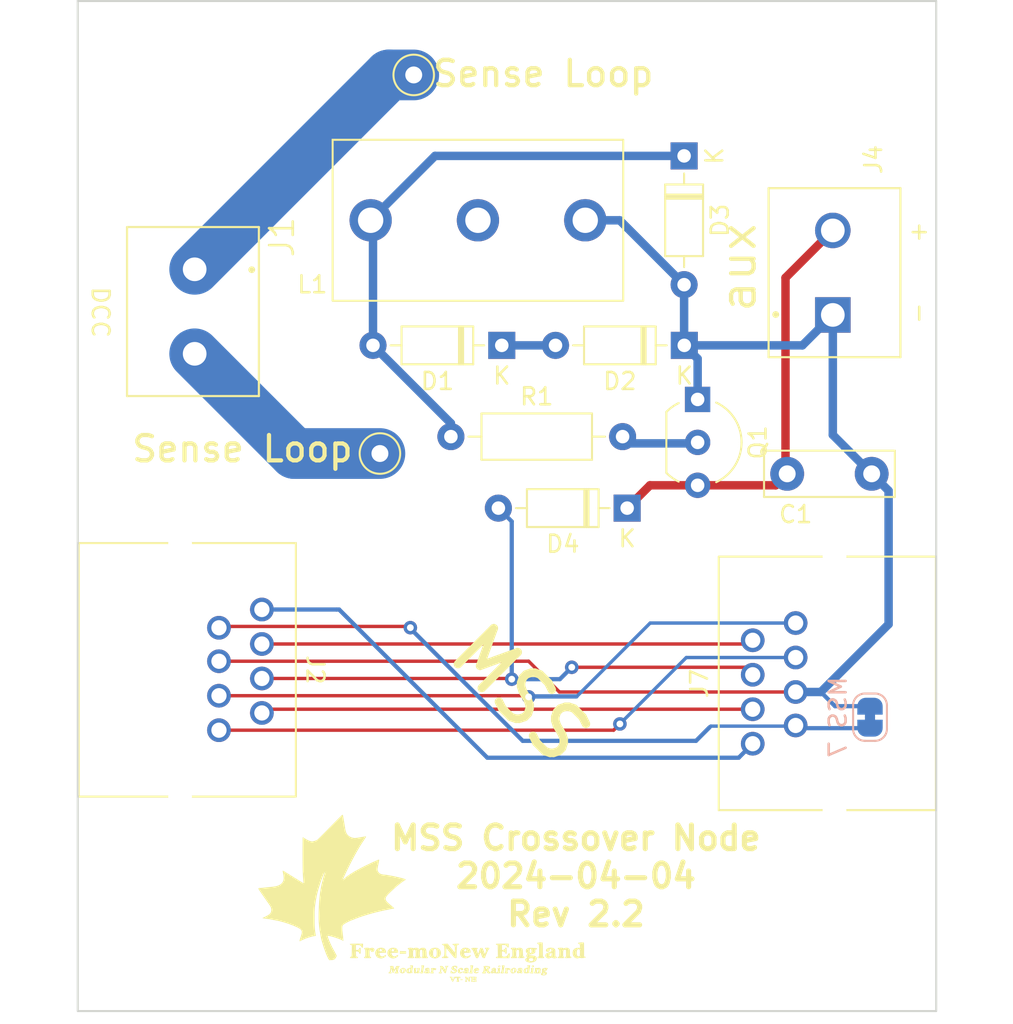
<source format=kicad_pcb>
(kicad_pcb (version 20240108) (generator "pcbnew") (generator_version "8.0")
  (title_block (date "2024-04-04") (rev "2.2"))
  (layers (0 "F.Cu" signal) (31 "B.Cu" signal) (34 "B.Paste" user) (35 "F.Paste" user) (36 "B.SilkS" user "B.Silkscreen") (37 "F.SilkS" user "F.Silkscreen") (38 "B.Mask" user) (39 "F.Mask" user) (44 "Edge.Cuts" user))
  (net 0 "")
  (net 1 "/Local A")
  (net 2 "/AAin A")
  (net 3 "/Ain A")
  (net 4 "Net-(D1-K)")
  (net 5 "/AD A")
  (net 6 "Net-(D1-A)")
  (net 7 "Net-(J1-Pin_1)")
  (net 8 "Net-(J1-Pin_2)")
  (net 9 "Net-(Q1-B)")
  (net 10 "/Ain B")
  (net 11 "/MSS GND")
  (net 12 "/7 A")
  (net 13 "/AAin B")
  (net 14 "Net-(D4-K)")
  (footprint "myMods:MJ3221-88" (layer "F.Cu") (at 114.275 95.2 -90)
    (property "Reference" "J2" (at 0 -5.7 -90) (layer "F.SilkS"))
    (property "Value" "RJ45")
    (pad "" np_thru_hole circle (at -7.5 2.3 270) (size 1.4 1.4) (drill 2.36) (layers "F&B.Cu" "*.Mask"))
    (pad "" np_thru_hole circle (at 7.5 2.3 270) (size 1.4 1.4) (drill 2.36) (layers "F&B.Cu" "*.Mask"))
    (pad "1" thru_hole circle (at 3.57 0 270) (size 1.4 1.4) (drill 0.9) (layers "*.Cu" "*.Mask") (net 2 "/AAin A"))
    (pad "2" thru_hole circle (at 2.55 -2.54 270) (size 1.4 1.4) (drill 0.9) (layers "*.Cu" "*.Mask") (net 3 "/Ain A"))
    (pad "3" thru_hole circle (at 1.53 0 270) (size 1.4 1.4) (drill 0.9) (layers "*.Cu" "*.Mask") (net 13 "/AAin B"))
    (pad "4" thru_hole circle (at 0.51 -2.54 270) (size 1.4 1.4) (drill 0.9) (layers "*.Cu" "*.Mask") (net 1 "/Local A"))
    (pad "5" thru_hole circle (at -0.51 0 270) (size 1.4 1.4) (drill 0.9) (layers "*.Cu" "*.Mask") (net 11 "/MSS GND"))
    (pad "6" thru_hole circle (at -1.53 -2.54 270) (size 1.4 1.4) (drill 0.9) (layers "*.Cu" "*.Mask") (net 10 "/Ain B"))
    (pad "7" thru_hole circle (at -2.49 0 270) (size 1.4 1.4) (drill 0.9) (layers "*.Cu" "*.Mask") (net 12 "/7 A"))
    (pad "8" thru_hole circle (at -3.57 -2.54 270) (size 1.4 1.4) (drill 0.9) (layers "*.Cu" "*.Mask") (net 5 "/AD A"))
  )
  (footprint "TestPoint:TestPoint_THTPad_D2.0mm_Drill1.0mm" (layer "F.Cu") (at 125.8 60)
    (property "Reference" "TP1" (hide yes))
    (property "Value" "Loop for current sense")
    (pad "1" thru_hole circle (at 0 0) (size 2 2) (drill 1) (layers "*.Cu" "*.Mask") (net 7 "Net-(J1-Pin_1)"))
  )
  (footprint "myMods:Free-moNH-20" (layer "F.Cu") (at 126.2 109)
    (property "Reference" "G***" (hide yes))
    (property "Value" "LOGO" (hide yes))
  )
  (footprint "MountingHole:MountingHole_4.3mm_M4" (layer "F.Cu") (at 151.8 60.6)
    (property "Reference" "REF**" (hide yes))
    (property "Value" "MountingHole_4.3mm_M4")
    (pad "" np_thru_hole circle (at 0 0) (size 4.3 4.3) (drill 4.3) (layers "*.Cu" "*.Mask"))
  )
  (footprint "MountingHole:MountingHole_4.3mm_M4" (layer "F.Cu") (at 110.8 110)
    (property "Reference" "REF**" (hide yes))
    (property "Value" "MountingHole_4.3mm_M4")
    (pad "" np_thru_hole circle (at 0 0) (size 4.3 4.3) (drill 4.3) (layers "*.Cu" "*.Mask"))
  )
  (footprint "TestPoint:TestPoint_THTPad_D2.0mm_Drill1.0mm" (layer "F.Cu") (at 123.8 82.4)
    (property "Reference" "TP2" (hide yes))
    (property "Value" "~")
    (pad "1" thru_hole circle (at 0 0) (size 2 2) (drill 1) (layers "*.Cu" "*.Mask") (net 8 "Net-(J1-Pin_2)"))
  )
  (footprint "MountingHole:MountingHole_4.3mm_M4" (layer "F.Cu") (at 110.8 60.6)
    (property "Reference" "REF**" (hide yes))
    (property "Value" "MountingHole_4.3mm_M4")
    (pad "" np_thru_hole circle (at 0 0) (size 4.3 4.3) (drill 4.3) (layers "*.Cu" "*.Mask"))
  )
  (footprint "Diode_THT:D_DO-35_SOD27_P7.62mm_Horizontal" (layer "F.Cu") (at 141.81 76 180)
    (property "Reference" "D2" (at 3.81 -2.12 0) (layer "F.SilkS"))
    (property "Value" "1N4148")
    (fp_text user "K" (at 0 -1.8 0) (layer "F.SilkS"))
    (pad "1" thru_hole rect (at 0 0 180) (size 1.6 1.6) (drill 0.8) (layers "*.Cu" "*.Mask") (net 11 "/MSS GND"))
    (pad "2" thru_hole oval (at 7.62 0 180) (size 1.6 1.6) (drill 0.8) (layers "*.Cu" "*.Mask") (net 4 "Net-(D1-K)"))
  )
  (footprint "MountingHole:MountingHole_4.3mm_M4" (layer "F.Cu") (at 151.8 110)
    (property "Reference" "REF**" (hide yes))
    (property "Value" "MountingHole_4.3mm_M4")
    (pad "" np_thru_hole circle (at 0 0) (size 4.3 4.3) (drill 4.3) (layers "*.Cu" "*.Mask"))
  )
  (footprint "Capacitor_THT:C_Disc_D7.5mm_W2.5mm_P5.00mm" (layer "F.Cu") (at 147.9 83.6)
    (property "Reference" "C1" (at 0.5 2.4 0) (layer "F.SilkS"))
    (property "Value" "470n")
    (pad "1" thru_hole circle (at 0 0) (size 2 2) (drill 1) (layers "*.Cu" "*.Mask") (net 14 "Net-(D4-K)"))
    (pad "2" thru_hole circle (at 5 0) (size 2 2) (drill 1) (layers "*.Cu" "*.Mask") (net 11 "/MSS GND"))
  )
  (footprint "Resistor_THT:R_Axial_DIN0207_L6.3mm_D2.5mm_P10.16mm_Horizontal" (layer "F.Cu") (at 128 81.4)
    (property "Reference" "R1" (at 5.08 -2.37 0) (layer "F.SilkS"))
    (property "Value" "470")
    (pad "1" thru_hole circle (at 0 0) (size 1.6 1.6) (drill 0.8) (layers "*.Cu" "*.Mask") (net 6 "Net-(D1-A)"))
    (pad "2" thru_hole oval (at 10.16 0) (size 1.6 1.6) (drill 0.8) (layers "*.Cu" "*.Mask") (net 9 "Net-(Q1-B)"))
  )
  (footprint "Diode_THT:D_DO-35_SOD27_P7.62mm_Horizontal" (layer "F.Cu") (at 141.8 64.79 -90)
    (property "Reference" "D3" (at 3.81 -2.12 90) (layer "F.SilkS"))
    (property "Value" "1N4148")
    (fp_text user "K" (at 0 -1.8 90) (layer "F.SilkS"))
    (pad "1" thru_hole rect (at 0 0 270) (size 1.6 1.6) (drill 0.8) (layers "*.Cu" "*.Mask") (net 6 "Net-(D1-A)"))
    (pad "2" thru_hole oval (at 7.62 0 270) (size 1.6 1.6) (drill 0.8) (layers "*.Cu" "*.Mask") (net 11 "/MSS GND"))
  )
  (footprint "myMods:Murata_56300C" (layer "F.Cu") (at 129.6 68.6)
    (property "Reference" "L1" (at -9.8 3.8 0) (layer "F.SilkS"))
    (property "Value" "Murata 56300C")
    (pad "" thru_hole circle (at 0 0) (size 2.5 2.5) (drill 1.5) (layers "*.Cu" "*.Mask"))
    (pad "1" thru_hole circle (at -6.35 0) (size 2.5 2.5) (drill 1.5) (layers "*.Cu" "*.Mask") (net 6 "Net-(D1-A)"))
    (pad "2" thru_hole circle (at 6.35 0) (size 2.5 2.5) (drill 1.5) (layers "*.Cu" "*.Mask") (net 11 "/MSS GND"))
  )
  (footprint "Imports:CUI_TB003-500-P02BE" (layer "F.Cu") (at 150.6 74.2 90)
    (property "Reference" "J4" (at 9.2 2.4 90) (layer "F.SilkS"))
    (property "Value" "2x-screw")
    (fp_text user "+" (at 4.9 5.0375 90) (layer "F.SilkS"))
    (fp_text user "${Label}" (at 2.8 -5.6 90) (layer "F.SilkS") (effects (font (size 2 2) (thickness 0.25))))
    (fp_text user "-" (at 0.1 5.0375 90) (layer "F.SilkS"))
    (pad "1" thru_hole rect (at 0 0 90) (size 2.1 2.1) (drill 1.4) (layers "*.Cu" "*.Mask") (net 11 "/MSS GND"))
    (pad "2" thru_hole circle (at 5 0 90) (size 2.1 2.1) (drill 1.4) (layers "*.Cu" "*.Mask") (net 14 "Net-(D4-K)"))
  )
  (footprint "Diode_THT:D_DO-35_SOD27_P7.62mm_Horizontal" (layer "F.Cu") (at 138.43 85.63 180)
    (property "Reference" "D4" (at 3.81 -2.12 0) (layer "F.SilkS"))
    (property "Value" "1N4148")
    (fp_text user "K" (at 0 -1.8 0) (layer "F.SilkS"))
    (pad "1" thru_hole rect (at 0 0 180) (size 1.6 1.6) (drill 0.8) (layers "*.Cu" "*.Mask") (net 14 "Net-(D4-K)"))
    (pad "2" thru_hole oval (at 7.62 0 180) (size 1.6 1.6) (drill 0.8) (layers "*.Cu" "*.Mask") (net 1 "/Local A"))
  )
  (footprint "Imports:CUI_TB003-500-P02BE" (layer "F.Cu") (at 112.8375 71.5 -90)
    (property "Reference" "J1" (at -1.9 -5.1625 90) (layer "F.SilkS") (effects (font (size 1.4 1.4))))
    (property "Value" "2x-screw")
    (fp_text user "${Label}" (at 2.54 5.5755 -90) (layer "F.SilkS"))
    (pad "1" thru_hole rect (at 0 0 270) (size 2.1 2.1) (drill 1.4) (layers "*.Cu" "*.Mask") (net 7 "Net-(J1-Pin_1)"))
    (pad "2" thru_hole circle (at 5 0 270) (size 2.1 2.1) (drill 1.4) (layers "*.Cu" "*.Mask") (net 8 "Net-(J1-Pin_2)"))
  )
  (footprint "Package_TO_SOT_THT:TO-92_Inline_Wide" (layer "F.Cu") (at 142.6 79.2 -90)
    (property "Reference" "Q1" (at 2.54 -3.56 -90) (layer "F.SilkS"))
    (property "Value" "2N3904")
    (pad "1" thru_hole rect (at 0 0 270) (size 1.5 1.5) (drill 0.8) (layers "*.Cu" "*.Mask") (net 11 "/MSS GND"))
    (pad "2" thru_hole circle (at 2.54 0 270) (size 1.5 1.5) (drill 0.8) (layers "*.Cu" "*.Mask") (net 9 "Net-(Q1-B)"))
    (pad "3" thru_hole circle (at 5.08 0 270) (size 1.5 1.5) (drill 0.8) (layers "*.Cu" "*.Mask") (net 14 "Net-(D4-K)"))
  )
  (footprint "myMods:MJ3221-88" (layer "F.Cu") (at 148.4 96 90)
    (property "Reference" "J7" (at 0 -5.7 90) (layer "F.SilkS"))
    (property "Value" "RJ45")
    (pad "" np_thru_hole circle (at -7.5 2.3 90) (size 1.4 1.4) (drill 2.36) (layers "F&B.Cu" "*.Mask"))
    (pad "" np_thru_hole circle (at 7.5 2.3 90) (size 1.4 1.4) (drill 2.36) (layers "F&B.Cu" "*.Mask"))
    (pad "1" thru_hole circle (at 3.57 0 90) (size 1.4 1.4) (drill 0.9) (layers "*.Cu" "*.Mask") (net 13 "/AAin B"))
    (pad "2" thru_hole circle (at 2.55 -2.54 90) (size 1.4 1.4) (drill 0.9) (layers "*.Cu" "*.Mask") (net 10 "/Ain B"))
    (pad "3" thru_hole circle (at 1.53 0 90) (size 1.4 1.4) (drill 0.9) (layers "*.Cu" "*.Mask") (net 2 "/AAin A"))
    (pad "4" thru_hole circle (at 0.51 -2.54 90) (size 1.4 1.4) (drill 0.9) (layers "*.Cu" "*.Mask") (net 1 "/Local A"))
    (pad "5" thru_hole circle (at -0.51 0 90) (size 1.4 1.4) (drill 0.9) (layers "*.Cu" "*.Mask") (net 11 "/MSS GND"))
    (pad "6" thru_hole circle (at -1.53 -2.54 90) (size 1.4 1.4) (drill 0.9) (layers "*.Cu" "*.Mask") (net 3 "/Ain A"))
    (pad "7" thru_hole circle (at -2.49 0 90) (size 1.4 1.4) (drill 0.9) (layers "*.Cu" "*.Mask") (net 12 "/7 A"))
    (pad "8" thru_hole circle (at -3.57 -2.54 90) (size 1.4 1.4) (drill 0.9) (layers "*.Cu" "*.Mask") (net 5 "/AD A"))
  )
  (footprint "Diode_THT:D_DO-35_SOD27_P7.62mm_Horizontal" (layer "F.Cu") (at 131.01 76 180)
    (property "Reference" "D1" (at 3.81 -2.12 0) (layer "F.SilkS"))
    (property "Value" "1N4148")
    (fp_text user "K" (at 0 -1.8 0) (layer "F.SilkS"))
    (pad "1" thru_hole rect (at 0 0 180) (size 1.6 1.6) (drill 0.8) (layers "*.Cu" "*.Mask") (net 4 "Net-(D1-K)"))
    (pad "2" thru_hole oval (at 7.62 0 180) (size 1.6 1.6) (drill 0.8) (layers "*.Cu" "*.Mask") (net 6 "Net-(D1-A)"))
  )
  (footprint "Jumper:SolderJumper-2_P1.3mm_Bridged_RoundedPad1.0x1.5mm" (layer "B.Cu") (at 152.8 98 90)
    (property "Reference" "JP1" (hide yes))
    (property "Value" "MSS 7" (at 0 -1.9 90) (layer "B.SilkS") (effects (justify mirror)))
    (fp_poly (pts (xy 0.25 0.3) (xy -0.25 0.3) (xy -0.25 -0.3) (xy 0.25 -0.3)) (fill solid) (layer "B.Cu"))
    (pad "1" smd custom (at -0.65 0 90) (size 1 0.5) (layers "B.Cu" "B.Mask") (net 12 "/7 A") (options (clearance outline) (anchor rect)) (primitives (gr_circle (center 0 -0.25) (end 0.5 -0.25) (width 0) (fill yes)) (gr_circle (center 0 0.25) (end 0.5 0.25) (width 0) (fill yes)) (gr_poly (pts (xy 0.5 -0.75) (xy 0 -0.75) (xy 0 0.75) (xy 0.5 0.75)) (width 0) (fill yes))))
    (pad "2" smd custom (at 0.65 0 90) (size 1 0.5) (layers "B.Cu" "B.Mask") (net 11 "/MSS GND") (options (clearance outline) (anchor rect)) (primitives (gr_circle (center 0 -0.25) (end 0.5 -0.25) (width 0) (fill yes)) (gr_circle (center 0 0.25) (end 0.5 0.25) (width 0) (fill yes)) (gr_poly (pts (xy 0 -0.75) (xy -0.5 -0.75) (xy -0.5 0.75) (xy 0 0.75)) (width 0) (fill yes))))
  )
  (gr_rect (start 105.918 55.626) (end 156.718 115.39) (stroke (width 0.12)) (fill none) (layer "Edge.Cuts"))
  (gr_text "MSS" (at 127.4 94.4 -45) (layer "F.SilkS") (effects (font (size 3 3) (thickness 0.5) (bold yes)) (justify left bottom)))
  (gr_text "Sense Loop" (at 109 83 0) (layer "F.SilkS") (effects (font (size 1.5 1.5) (thickness 0.25)) (justify left bottom)))
  (gr_text "MSS Crossover Node\n${ISSUE_DATE}\nRev ${REVISION}" (at 135.4 107.4 0) (layer "F.SilkS") (effects (font (size 1.4 1.4) (thickness 0.3))))
  (gr_text "Sense Loop" (at 126.8 60.8 0) (layer "F.SilkS") (effects (font (size 1.5 1.5) (thickness 0.25)) (justify left bottom)))
  (segment (start 145.418 95.048) (end 135.152 95.048) (width 0.2) (layer "F.Cu") (net 1))
  (segment (start 131.558 95.71) (end 131.6 95.752) (width 0.2) (layer "F.Cu") (net 1))
  (segment (start 145.86 95.49) (end 145.418 95.048) (width 0.2) (layer "F.Cu") (net 1))
  (segment (start 116.815 95.71) (end 131.558 95.71) (width 0.2) (layer "F.Cu") (net 1))
  (segment (start 131.6 95.752) (end 131.648 95.8) (width 0.25) (layer "F.Cu") (net 1))
  (via (at 135.152 95.048) (size 0.8) (drill 0.4) (layers "F.Cu" "B.Cu") (net 1))
  (via (at 131.6 95.752) (size 0.8) (drill 0.4) (layers "F.Cu" "B.Cu") (net 1))
  (segment (start 131.6 86.42) (end 130.81 85.63) (width 0.25) (layer "B.Cu") (net 1))
  (segment (start 134.448 95.752) (end 135.152 95.048) (width 0.25) (layer "B.Cu") (net 1))
  (segment (start 131.6 95.752) (end 134.448 95.752) (width 0.25) (layer "B.Cu") (net 1))
  (segment (start 131.6 95.752) (end 131.6 86.42) (width 0.25) (layer "B.Cu") (net 1))
  (segment (start 114.275 98.77) (end 137.63 98.77) (width 0.2) (layer "F.Cu") (net 2))
  (segment (start 137.63 98.77) (end 138 98.4) (width 0.2) (layer "F.Cu") (net 2))
  (via (at 138 98.4) (size 0.8) (drill 0.4) (layers "F.Cu" "B.Cu") (net 2))
  (segment (start 141.93 94.47) (end 138 98.4) (width 0.2) (layer "B.Cu") (net 2))
  (segment (start 148.4 94.47) (end 141.93 94.47) (width 0.2) (layer "B.Cu") (net 2))
  (segment (start 145.86 97.53) (end 117.035 97.53) (width 0.2) (layer "F.Cu") (net 3))
  (segment (start 117.035 97.53) (end 116.815 97.75) (width 0.2) (layer "F.Cu") (net 3))
  (segment (start 134.19 76) (end 131.01 76) (width 0.5) (layer "B.Cu") (net 4))
  (segment (start 130.156 100.4) (end 145.03 100.4) (width 0.25) (layer "B.Cu") (net 5))
  (segment (start 145.03 100.4) (end 145.86 99.57) (width 0.25) (layer "B.Cu") (net 5))
  (segment (start 121.386 91.63) (end 130.156 100.4) (width 0.25) (layer "B.Cu") (net 5))
  (segment (start 116.815 91.63) (end 121.23 91.63) (width 0.25) (layer "B.Cu") (net 5))
  (segment (start 121.23 91.63) (end 121.386 91.63) (width 0.25) (layer "B.Cu") (net 5))
  (segment (start 123.39 68.74) (end 123.25 68.6) (width 0.5) (layer "B.Cu") (net 6))
  (segment (start 128 81.4) (end 128 80.61) (width 0.5) (layer "B.Cu") (net 6))
  (segment (start 123.39 76) (end 123.39 68.74) (width 0.5) (layer "B.Cu") (net 6))
  (segment (start 141.8 64.79) (end 127.06 64.79) (width 0.5) (layer "B.Cu") (net 6))
  (segment (start 127.06 64.79) (end 123.25 68.6) (width 0.5) (layer "B.Cu") (net 6))
  (segment (start 128 80.61) (end 123.39 76) (width 0.5) (layer "B.Cu") (net 6))
  (segment (start 125.8 60) (end 124.3375 60) (width 3) (layer "B.Cu") (net 7))
  (segment (start 124.3375 60) (end 112.8375 71.5) (width 3) (layer "B.Cu") (net 7))
  (segment (start 112.8375 76.5) (end 118.7375 82.4) (width 3) (layer "B.Cu") (net 8))
  (segment (start 118.7375 82.4) (end 123.8 82.4) (width 3) (layer "B.Cu") (net 8))
  (segment (start 142.54 81.8) (end 142.6 81.74) (width 0.5) (layer "B.Cu") (net 9))
  (segment (start 138.56 81.8) (end 142.54 81.8) (width 0.5) (layer "B.Cu") (net 9))
  (segment (start 138.16 81.4) (end 138.56 81.8) (width 0.5) (layer "B.Cu") (net 9))
  (segment (start 145.86 93.45) (end 145.64 93.67) (width 0.2) (layer "F.Cu") (net 10))
  (segment (start 145.64 93.67) (end 116.815 93.67) (width 0.2) (layer "F.Cu") (net 10))
  (segment (start 148.4 96.51) (end 134.42 96.51) (width 0.2) (layer "F.Cu") (net 11))
  (segment (start 132.6 94.69) (end 114.275 94.69) (width 0.2) (layer "F.Cu") (net 11))
  (segment (start 134.42 96.51) (end 132.6 94.69) (width 0.2) (layer "F.Cu") (net 11))
  (segment (start 153.9 92.5) (end 149.89 96.51) (width 0.5) (layer "B.Cu") (net 11))
  (segment (start 142.6 79.2) (end 142.6 76.79) (width 0.5) (layer "B.Cu") (net 11))
  (segment (start 152.9 83.6) (end 153.9 84.6) (width 0.5) (layer "B.Cu") (net 11))
  (segment (start 141.8 75.99) (end 141.81 76) (width 0.5) (layer "B.Cu") (net 11))
  (segment (start 150.6 74.2) (end 148.8 76) (width 0.5) (layer "B.Cu") (net 11))
  (segment (start 150.6 74.2) (end 150.6 81.3) (width 0.5) (layer "B.Cu") (net 11))
  (segment (start 150.6 81.3) (end 152.9 83.6) (width 0.5) (layer "B.Cu") (net 11))
  (segment (start 148.8 76) (end 141.81 76) (width 0.5) (layer "B.Cu") (net 11))
  (segment (start 149.89 96.51) (end 148.4 96.51) (width 0.5) (layer "B.Cu") (net 11))
  (segment (start 150.73 97.35) (end 149.89 96.51) (width 0.25) (layer "B.Cu") (net 11))
  (segment (start 142.6 76.79) (end 141.81 76) (width 0.5) (layer "B.Cu") (net 11))
  (segment (start 135.95 68.6) (end 137.99 68.6) (width 0.5) (layer "B.Cu") (net 11))
  (segment (start 141.8 72.41) (end 141.8 75.99) (width 0.5) (layer "B.Cu") (net 11))
  (segment (start 152.8 97.35) (end 150.73 97.35) (width 0.25) (layer "B.Cu") (net 11))
  (segment (start 153.9 84.6) (end 153.9 92.5) (width 0.5) (layer "B.Cu") (net 11))
  (segment (start 137.99 68.6) (end 141.8 72.41) (width 0.5) (layer "B.Cu") (net 11))
  (segment (start 114.275 92.71) (end 114.355 92.63) (width 0.2) (layer "F.Cu") (net 12))
  (segment (start 114.355 92.63) (end 125.526 92.63) (width 0.2) (layer "F.Cu") (net 12))
  (segment (start 125.526 92.63) (end 125.6 92.704) (width 0.2) (layer "F.Cu") (net 12))
  (via (at 125.6 92.704) (size 0.8) (drill 0.4) (layers "F.Cu" "B.Cu") (net 12))
  (segment (start 143.374 98.53) (end 148.36 98.53) (width 0.2) (layer "B.Cu") (net 12))
  (segment (start 125.6 92.752) (end 125.6 92.704) (width 0.25) (layer "B.Cu") (net 12))
  (segment (start 152.8 98.65) (end 148.56 98.65) (width 0.25) (layer "B.Cu") (net 12))
  (segment (start 148.56 98.65) (end 148.4 98.49) (width 0.25) (layer "B.Cu") (net 12))
  (segment (start 143.304 98.6) (end 143.374 98.53) (width 0.2) (layer "B.Cu") (net 12))
  (segment (start 142.504 99.4) (end 132.248 99.4) (width 0.25) (layer "B.Cu") (net 12))
  (segment (start 148.36 98.53) (end 148.4 98.49) (width 0.2) (layer "B.Cu") (net 12))
  (segment (start 132.248 99.4) (end 125.6 92.752) (width 0.25) (layer "B.Cu") (net 12))
  (segment (start 143.304 98.6) (end 142.504 99.4) (width 0.25) (layer "B.Cu") (net 12))
  (segment (start 132.53 96.73) (end 114.275 96.73) (width 0.2) (layer "F.Cu") (net 13))
  (segment (start 132.6 96.8) (end 132.53 96.73) (width 0.2) (layer "F.Cu") (net 13))
  (via (at 132.6 96.8) (size 0.8) (drill 0.4) (layers "F.Cu" "B.Cu") (net 13))
  (segment (start 135.432 96.768) (end 132.632 96.768) (width 0.25) (layer "B.Cu") (net 13))
  (segment (start 132.632 96.768) (end 132.6 96.8) (width 0.25) (layer "B.Cu") (net 13))
  (segment (start 132.6 96.8) (end 135.421 96.8) (width 0.2) (layer "B.Cu") (net 13))
  (segment (start 139.791 92.43) (end 148.4 92.43) (width 0.2) (layer "B.Cu") (net 13))
  (segment (start 135.421 96.8) (end 139.791 92.43) (width 0.2) (layer "B.Cu") (net 13))
  (segment (start 147.8 72) (end 150.6 69.2) (width 0.5) (layer "F.Cu") (net 14))
  (segment (start 139.78 84.28) (end 142.6 84.28) (width 0.5) (layer "F.Cu") (net 14))
  (segment (start 147.22 84.28) (end 147.8 83.7) (width 0.5) (layer "F.Cu") (net 14))
  (segment (start 147.8 83.7) (end 147.8 72) (width 0.5) (layer "F.Cu") (net 14))
  (segment (start 138.43 85.63) (end 139.78 84.28) (width 0.5) (layer "F.Cu") (net 14))
  (segment (start 142.6 84.28) (end 147.22 84.28) (width 0.5) (layer "F.Cu") (net 14))
)
</source>
